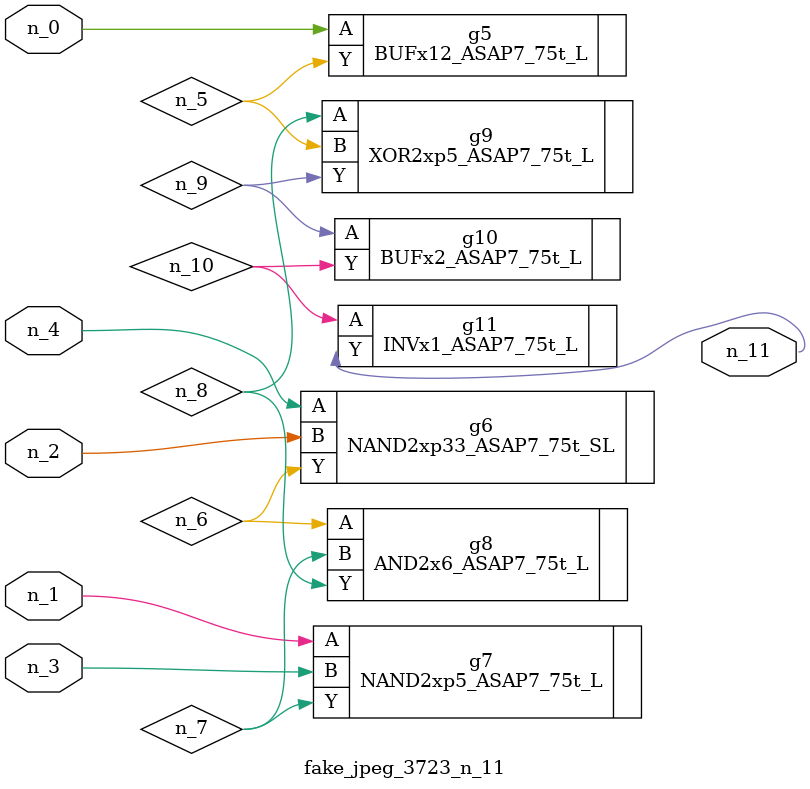
<source format=v>
module fake_jpeg_3723_n_11 (n_3, n_2, n_1, n_0, n_4, n_11);

input n_3;
input n_2;
input n_1;
input n_0;
input n_4;

output n_11;

wire n_10;
wire n_8;
wire n_9;
wire n_6;
wire n_5;
wire n_7;

BUFx12_ASAP7_75t_L g5 ( 
.A(n_0),
.Y(n_5)
);

NAND2xp33_ASAP7_75t_SL g6 ( 
.A(n_4),
.B(n_2),
.Y(n_6)
);

NAND2xp5_ASAP7_75t_L g7 ( 
.A(n_1),
.B(n_3),
.Y(n_7)
);

AND2x6_ASAP7_75t_L g8 ( 
.A(n_6),
.B(n_7),
.Y(n_8)
);

XOR2xp5_ASAP7_75t_L g9 ( 
.A(n_8),
.B(n_5),
.Y(n_9)
);

BUFx2_ASAP7_75t_L g10 ( 
.A(n_9),
.Y(n_10)
);

INVx1_ASAP7_75t_L g11 ( 
.A(n_10),
.Y(n_11)
);


endmodule
</source>
